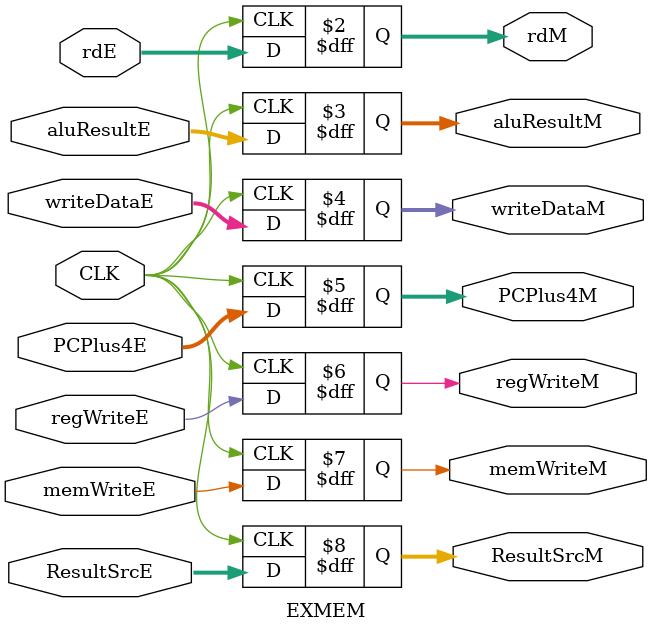
<source format=v>
module EXMEM (
    output reg [31:0] rdM, aluResultM, writeDataM, PCPlus4M,
    output reg regWriteM, memWriteM,
    output reg [1:0] ResultSrcM,
    input regWriteE, memWriteE, CLK,
    input [1:0] ResultSrcE,
    input [31:0] aluResultE, writeDataE, PCPlus4E, rdE
);

    always @ (posedge CLK) begin
        rdM <= rdE;
        aluResultM <= aluResultE;
        writeDataM <= writeDataE;
        PCPlus4M <= PCPlus4E;
        regWriteM <= regWriteE;
        memWriteM <= memWriteE;
        ResultSrcM <= ResultSrcE;
    end
endmodule
</source>
